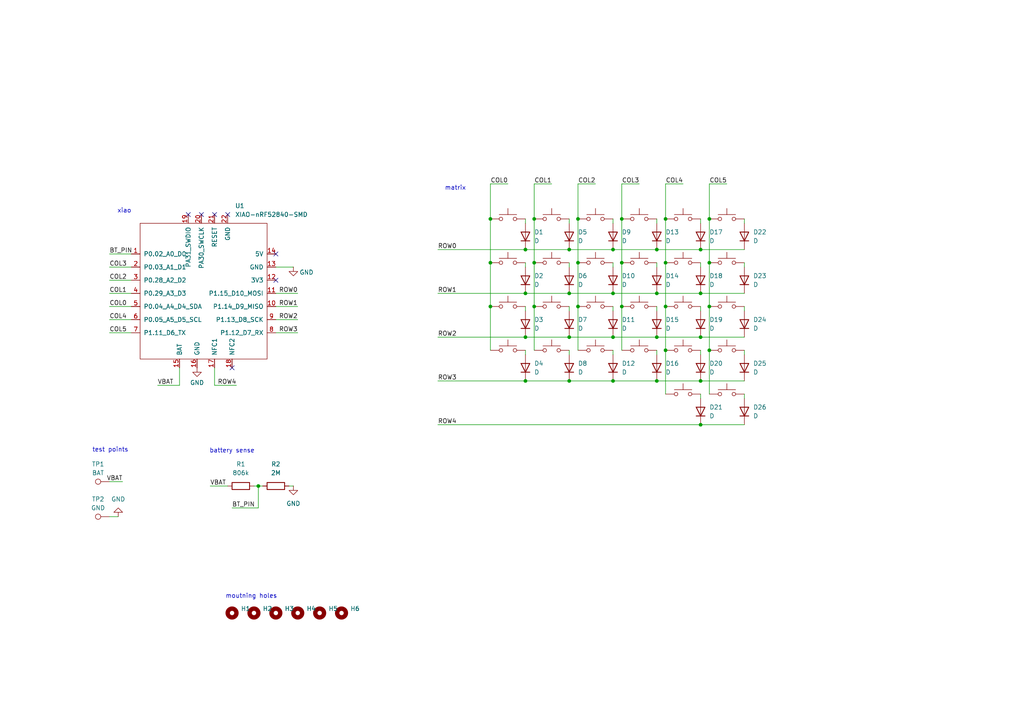
<source format=kicad_sch>
(kicad_sch (version 20250114) (generator "eeschema") (generator_version "9.0")
  (paper "A4")
  (lib_symbols
    (symbol "Connector:TestPoint" (pin_numbers (hide yes)) (pin_names (offset 0.762) (hide yes))
      (property "Reference" "TP" (at 0 6.858 0))
      (property "Value" "TestPoint" (at 0 5.08 0))
      (symbol "TestPoint_0_1"
        (circle (center 0 3.302) (radius 0.762))
      )
      (symbol "TestPoint_1_1"
        (pin passive line (at 0 0 90) (length 2.54) (name "1") (number "1"))
      )
    )
    (symbol "Device:D" (pin_numbers (hide yes)) (pin_names (offset 1.016) (hide yes))
      (property "Reference" "D" (at 0 2.54 0))
      (property "Value" "D" (at 0 -2.54 0))
      (symbol "D_0_1"
        (polyline (pts (xy -1.27 1.27) (xy -1.27 -1.27)) (stroke (width 0.254)))
        (polyline (pts (xy 1.27 1.27) (xy 1.27 -1.27) (xy -1.27 0) (xy 1.27 1.27)) (stroke (width 0.254)))
        (polyline (pts (xy 1.27 0) (xy -1.27 0)))
      )
      (symbol "D_1_1"
        (pin passive line (at -3.81 0 0) (length 2.54) (name "K") (number "1"))
        (pin passive line (at 3.81 0 180) (length 2.54) (name "A") (number "2"))
      )
    )
    (symbol "Device:R" (pin_numbers (hide yes)) (pin_names (offset 0))
      (property "Reference" "R" (at 2.032 0 90))
      (property "Value" "R" (at 0 0 90))
      (symbol "R_0_1"
        (rectangle (start -1.016 -2.54) (end 1.016 2.54) (stroke (width 0.254)))
      )
      (symbol "R_1_1"
        (pin passive line (at 0 3.81 270) (length 1.27) (name "~") (number "1"))
        (pin passive line (at 0 -3.81 90) (length 1.27) (name "~") (number "2"))
      )
    )
    (symbol "Mechanical:MountingHole" (pin_names (offset 1.016)) (in_bom no)
      (property "Reference" "H" (at 0 5.08 0))
      (property "Value" "MountingHole" (at 0 3.175 0))
      (symbol "MountingHole_0_1"
        (circle (center 0 0) (radius 1.27) (stroke (width 1.27)))
      )
    )
    (symbol "Seeed_Studio_XIAO_Series:XIAO-nRF52840-SMD" (pin_names (offset 1.016))
      (property "Reference" "U" (at -18.542 23.114 0))
      (property "Value" "XIAO-nRF52840-SMD" (at -8.636 21.336 0))
      (symbol "XIAO-nRF52840-SMD_0_1"
        (rectangle (start -19.05 20.32) (end 17.78 -19.05))
      )
      (symbol "XIAO-nRF52840-SMD_1_1"
        (pin passive line (at -21.59 11.43 0) (length 2.54) (name "P0.02_A0_D0") (number "1"))
        (pin passive line (at -21.59 7.62 0) (length 2.54) (name "P0.03_A1_D1") (number "2"))
        (pin passive line (at -21.59 3.81 0) (length 2.54) (name "P0.28_A2_D2") (number "3"))
        (pin passive line (at -21.59 0 0) (length 2.54) (name "P0.29_A3_D3") (number "4"))
        (pin passive line (at -21.59 -3.81 0) (length 2.54) (name "P0.04_A4_D4_SDA") (number "5"))
        (pin passive line (at -21.59 -7.62 0) (length 2.54) (name "P0.05_A5_D5_SCL") (number "6"))
        (pin passive line (at -21.59 -11.43 0) (length 2.54) (name "P1.11_D6_TX") (number "7"))
        (pin passive line (at -7.62 -21.59 90) (length 2.54) (name "BAT") (number "15"))
        (pin passive line (at -5.08 22.86 270) (length 2.54) (name "PA31_SWDIO") (number "19"))
        (pin passive line (at -2.54 -21.59 90) (length 2.54) (name "GND") (number "16"))
        (pin passive line (at -1.27 22.86 270) (length 2.54) (name "PA30_SWCLK") (number "20"))
        (pin passive line (at 2.54 22.86 270) (length 2.54) (name "RESET") (number "21"))
        (pin passive line (at 2.54 -21.59 90) (length 2.54) (name "NFC1") (number "17"))
        (pin passive line (at 6.35 22.86 270) (length 2.54) (name "GND") (number "22"))
        (pin passive line (at 7.62 -21.59 90) (length 2.54) (name "NFC2") (number "18"))
        (pin passive line (at 20.32 11.43 180) (length 2.54) (name "5V") (number "14"))
        (pin passive line (at 20.32 7.62 180) (length 2.54) (name "GND") (number "13"))
        (pin passive line (at 20.32 3.81 180) (length 2.54) (name "3V3") (number "12"))
        (pin passive line (at 20.32 0 180) (length 2.54) (name "P1.15_D10_MOSI") (number "11"))
        (pin passive line (at 20.32 -3.81 180) (length 2.54) (name "P1.14_D9_MISO") (number "10"))
        (pin passive line (at 20.32 -7.62 180) (length 2.54) (name "P1.13_D8_SCK") (number "9"))
        (pin passive line (at 20.32 -11.43 180) (length 2.54) (name "P1.12_D7_RX") (number "8"))
      )
    )
    (symbol "Switch:SW_Push" (pin_numbers (hide yes)) (pin_names (offset 1.016) (hide yes))
      (property "Reference" "SW" (at 1.27 2.54 0))
      (property "Value" "SW_Push" (at 0 -1.524 0))
      (symbol "SW_Push_0_1"
        (circle (center -2.032 0) (radius 0.508))
        (polyline (pts (xy 0 1.27) (xy 0 3.048)))
        (circle (center 2.032 0) (radius 0.508))
        (polyline (pts (xy 2.54 1.27) (xy -2.54 1.27)))
        (pin passive line (at -5.08 0 0) (length 2.54) (name "1") (number "1"))
        (pin passive line (at 5.08 0 180) (length 2.54) (name "2") (number "2"))
      )
    )
    (symbol "power:GND" (power) (pin_numbers (hide yes)) (pin_names (offset 0) (hide yes))
      (property "Value" "GND" (at 0 -3.81 0))
      (symbol "GND_0_1"
        (polyline (pts (xy 0 0) (xy 0 -1.27) (xy 1.27 -1.27) (xy 0 -2.54) (xy -1.27 -1.27) (xy 0 -1.27)))
      )
      (symbol "GND_1_1"
        (pin power_in line (at 0 0 270) (length 0) (name "~") (number "1"))
      )
    )
  )
  (text "battery sense\n" (at 67.31 130.81 0) (effects (font (size 1.27 1.27))))
  (text "test points\n" (at 32.004 130.556 0) (effects (font (size 1.27 1.27))))
  (text "moutning holes\n" (at 72.898 172.974 0) (effects (font (size 1.27 1.27))))
  (text "xiao" (at 36.068 61.214 0) (effects (font (size 1.27 1.27))))
  (text "matrix\n" (at 132.08 54.61 0) (effects (font (size 1.27 1.27))))
  (junction (at 177.8 85.09))
  (junction (at 205.74 88.9))
  (junction (at 154.94 63.5))
  (junction (at 190.5 72.39))
  (junction (at 177.8 97.79))
  (junction (at 167.64 63.5))
  (junction (at 180.34 88.9))
  (junction (at 154.94 88.9))
  (junction (at 165.1 85.09))
  (junction (at 193.04 76.2))
  (junction (at 74.93 140.97))
  (junction (at 167.64 88.9))
  (junction (at 190.5 97.79))
  (junction (at 152.4 110.49))
  (junction (at 165.1 97.79))
  (junction (at 190.5 110.49))
  (junction (at 165.1 72.39))
  (junction (at 142.24 63.5))
  (junction (at 205.74 76.2))
  (junction (at 165.1 110.49))
  (junction (at 154.94 76.2))
  (junction (at 193.04 63.5))
  (junction (at 203.2 85.09))
  (junction (at 177.8 72.39))
  (junction (at 193.04 101.6))
  (junction (at 203.2 72.39))
  (junction (at 205.74 63.5))
  (junction (at 152.4 72.39))
  (junction (at 180.34 76.2))
  (junction (at 205.74 101.6))
  (junction (at 203.2 97.79))
  (junction (at 152.4 97.79))
  (junction (at 203.2 123.19))
  (junction (at 142.24 88.9))
  (junction (at 193.04 88.9))
  (junction (at 167.64 76.2))
  (junction (at 142.24 76.2))
  (junction (at 152.4 85.09))
  (junction (at 203.2 110.49))
  (junction (at 180.34 63.5))
  (junction (at 190.5 85.09))
  (junction (at 177.8 110.49))
  (no_connect (at 58.42 62.23))
  (no_connect (at 80.01 81.28))
  (no_connect (at 62.23 62.23))
  (no_connect (at 54.61 62.23))
  (no_connect (at 66.04 62.23))
  (no_connect (at 80.01 73.66))
  (no_connect (at 67.31 106.68))
  (wire (pts (xy 203.2 90.17) (xy 203.2 88.9)))
  (wire (pts (xy 205.74 53.34) (xy 205.74 63.5)))
  (wire (pts (xy 127 72.39) (xy 152.4 72.39)))
  (wire (pts (xy 31.75 81.28) (xy 38.1 81.28)))
  (wire (pts (xy 73.66 140.97) (xy 74.93 140.97)))
  (wire (pts (xy 203.2 77.47) (xy 203.2 76.2)))
  (wire (pts (xy 165.1 72.39) (xy 177.8 72.39)))
  (wire (pts (xy 215.9 102.87) (xy 215.9 101.6)))
  (wire (pts (xy 165.1 85.09) (xy 177.8 85.09)))
  (wire (pts (xy 152.4 102.87) (xy 152.4 101.6)))
  (wire (pts (xy 152.4 90.17) (xy 152.4 88.9)))
  (wire (pts (xy 177.8 97.79) (xy 190.5 97.79)))
  (wire (pts (xy 147.32 53.34) (xy 142.24 53.34)))
  (wire (pts (xy 193.04 63.5) (xy 193.04 76.2)))
  (wire (pts (xy 215.9 64.77) (xy 215.9 63.5)))
  (wire (pts (xy 31.75 88.9) (xy 38.1 88.9)))
  (wire (pts (xy 152.4 77.47) (xy 152.4 76.2)))
  (wire (pts (xy 127 123.19) (xy 203.2 123.19)))
  (wire (pts (xy 190.5 72.39) (xy 203.2 72.39)))
  (wire (pts (xy 190.5 97.79) (xy 203.2 97.79)))
  (wire (pts (xy 205.74 101.6) (xy 205.74 114.3)))
  (wire (pts (xy 167.64 63.5) (xy 167.64 76.2)))
  (wire (pts (xy 185.42 53.34) (xy 180.34 53.34)))
  (wire (pts (xy 180.34 88.9) (xy 180.34 101.6)))
  (wire (pts (xy 203.2 123.19) (xy 215.9 123.19)))
  (wire (pts (xy 172.72 53.34) (xy 167.64 53.34)))
  (wire (pts (xy 154.94 53.34) (xy 154.94 63.5)))
  (wire (pts (xy 177.8 102.87) (xy 177.8 101.6)))
  (wire (pts (xy 165.1 110.49) (xy 177.8 110.49)))
  (wire (pts (xy 34.29 149.86) (xy 31.75 149.86)))
  (wire (pts (xy 193.04 76.2) (xy 193.04 88.9)))
  (wire (pts (xy 127 85.09) (xy 152.4 85.09)))
  (wire (pts (xy 210.82 53.34) (xy 205.74 53.34)))
  (wire (pts (xy 190.5 110.49) (xy 203.2 110.49)))
  (wire (pts (xy 165.1 64.77) (xy 165.1 63.5)))
  (wire (pts (xy 215.9 115.57) (xy 215.9 114.3)))
  (wire (pts (xy 177.8 64.77) (xy 177.8 63.5)))
  (wire (pts (xy 154.94 63.5) (xy 154.94 76.2)))
  (wire (pts (xy 193.04 88.9) (xy 193.04 101.6)))
  (wire (pts (xy 154.94 76.2) (xy 154.94 88.9)))
  (wire (pts (xy 165.1 97.79) (xy 177.8 97.79)))
  (wire (pts (xy 152.4 64.77) (xy 152.4 63.5)))
  (wire (pts (xy 152.4 97.79) (xy 165.1 97.79)))
  (wire (pts (xy 205.74 88.9) (xy 205.74 101.6)))
  (wire (pts (xy 152.4 72.39) (xy 165.1 72.39)))
  (wire (pts (xy 160.02 53.34) (xy 154.94 53.34)))
  (wire (pts (xy 165.1 90.17) (xy 165.1 88.9)))
  (wire (pts (xy 177.8 77.47) (xy 177.8 76.2)))
  (wire (pts (xy 215.9 77.47) (xy 215.9 76.2)))
  (wire (pts (xy 127 97.79) (xy 152.4 97.79)))
  (wire (pts (xy 190.5 102.87) (xy 190.5 101.6)))
  (wire (pts (xy 215.9 90.17) (xy 215.9 88.9)))
  (wire (pts (xy 203.2 110.49) (xy 215.9 110.49)))
  (wire (pts (xy 86.36 85.09) (xy 80.01 85.09)))
  (wire (pts (xy 60.96 140.97) (xy 66.04 140.97)))
  (wire (pts (xy 154.94 88.9) (xy 154.94 101.6)))
  (wire (pts (xy 180.34 63.5) (xy 180.34 76.2)))
  (wire (pts (xy 177.8 72.39) (xy 190.5 72.39)))
  (wire (pts (xy 74.93 147.32) (xy 74.93 140.97)))
  (wire (pts (xy 190.5 77.47) (xy 190.5 76.2)))
  (wire (pts (xy 142.24 88.9) (xy 142.24 101.6)))
  (wire (pts (xy 152.4 110.49) (xy 165.1 110.49)))
  (wire (pts (xy 203.2 115.57) (xy 203.2 114.3)))
  (wire (pts (xy 45.72 111.76) (xy 52.07 111.76)))
  (wire (pts (xy 177.8 110.49) (xy 190.5 110.49)))
  (wire (pts (xy 177.8 90.17) (xy 177.8 88.9)))
  (wire (pts (xy 142.24 76.2) (xy 142.24 88.9)))
  (wire (pts (xy 152.4 85.09) (xy 165.1 85.09)))
  (wire (pts (xy 167.64 76.2) (xy 167.64 88.9)))
  (wire (pts (xy 167.64 53.34) (xy 167.64 63.5)))
  (wire (pts (xy 86.36 92.71) (xy 80.01 92.71)))
  (wire (pts (xy 180.34 76.2) (xy 180.34 88.9)))
  (wire (pts (xy 31.75 92.71) (xy 38.1 92.71)))
  (wire (pts (xy 31.75 96.52) (xy 38.1 96.52)))
  (wire (pts (xy 203.2 97.79) (xy 215.9 97.79)))
  (wire (pts (xy 127 110.49) (xy 152.4 110.49)))
  (wire (pts (xy 198.12 53.34) (xy 193.04 53.34)))
  (wire (pts (xy 35.56 139.7) (xy 31.75 139.7)))
  (wire (pts (xy 68.58 111.76) (xy 62.23 111.76)))
  (wire (pts (xy 31.75 77.47) (xy 38.1 77.47)))
  (wire (pts (xy 190.5 85.09) (xy 203.2 85.09)))
  (wire (pts (xy 85.09 140.97) (xy 83.82 140.97)))
  (wire (pts (xy 190.5 90.17) (xy 190.5 88.9)))
  (wire (pts (xy 74.93 140.97) (xy 76.2 140.97)))
  (wire (pts (xy 142.24 63.5) (xy 142.24 76.2)))
  (wire (pts (xy 203.2 64.77) (xy 203.2 63.5)))
  (wire (pts (xy 177.8 85.09) (xy 190.5 85.09)))
  (wire (pts (xy 31.75 73.66) (xy 38.1 73.66)))
  (wire (pts (xy 205.74 63.5) (xy 205.74 76.2)))
  (wire (pts (xy 67.31 147.32) (xy 74.93 147.32)))
  (wire (pts (xy 62.23 111.76) (xy 62.23 106.68)))
  (wire (pts (xy 193.04 53.34) (xy 193.04 63.5)))
  (wire (pts (xy 165.1 77.47) (xy 165.1 76.2)))
  (wire (pts (xy 86.36 96.52) (xy 80.01 96.52)))
  (wire (pts (xy 142.24 53.34) (xy 142.24 63.5)))
  (wire (pts (xy 193.04 101.6) (xy 193.04 114.3)))
  (wire (pts (xy 203.2 72.39) (xy 215.9 72.39)))
  (wire (pts (xy 31.75 85.09) (xy 38.1 85.09)))
  (wire (pts (xy 190.5 64.77) (xy 190.5 63.5)))
  (wire (pts (xy 165.1 102.87) (xy 165.1 101.6)))
  (wire (pts (xy 203.2 85.09) (xy 215.9 85.09)))
  (wire (pts (xy 203.2 102.87) (xy 203.2 101.6)))
  (wire (pts (xy 167.64 88.9) (xy 167.64 101.6)))
  (wire (pts (xy 180.34 53.34) (xy 180.34 63.5)))
  (wire (pts (xy 52.07 111.76) (xy 52.07 106.68)))
  (wire (pts (xy 85.09 77.47) (xy 80.01 77.47)))
  (wire (pts (xy 205.74 76.2) (xy 205.74 88.9)))
  (wire (pts (xy 86.36 88.9) (xy 80.01 88.9)))
  (label "COL0" (at 31.75 88.9 0))
  (label "COL2" (at 31.75 81.28 0))
  (label "ROW1" (at 86.36 88.9 180))
  (label "BT_PIN" (at 31.75 73.66 0))
  (label "ROW4" (at 127 123.19 0))
  (label "COL5" (at 210.82 53.34 180))
  (label "ROW2" (at 86.36 92.71 180))
  (label "COL1" (at 31.75 85.09 0))
  (label "COL2" (at 172.72 53.34 180))
  (label "ROW3" (at 86.36 96.52 180))
  (label "COL5" (at 31.75 96.52 0))
  (label "BT_PIN" (at 67.31 147.32 0))
  (label "COL4" (at 198.12 53.34 180))
  (label "VBAT" (at 45.72 111.76 0))
  (label "ROW0" (at 86.36 85.09 180))
  (label "ROW4" (at 68.58 111.76 180))
  (label "ROW0" (at 127 72.39 0))
  (label "VBAT" (at 60.96 140.97 0))
  (label "COL3" (at 31.75 77.47 0))
  (label "ROW2" (at 127 97.79 0))
  (label "COL4" (at 31.75 92.71 0))
  (label "COL0" (at 147.32 53.34 180))
  (label "VBAT" (at 35.56 139.7 180))
  (label "ROW3" (at 127 110.49 0))
  (label "COL3" (at 185.42 53.34 180))
  (label "COL1" (at 160.02 53.34 180))
  (label "ROW1" (at 127 85.09 0))
  (symbol (lib_id "Switch:SW_Push") (at 160.02 101.6 0) (unit 1)
    (property "Reference" "SW8" (effects (hide yes)))
    (property "Value" "SW_Push" (effects (hide yes)))
    (property "Footprint" "PCM_marbastlib-xp-mx:SW_MX_HS_KS-2P02B01-01_1u" (effects (hide yes)))
    (property "Description" "Push button switch, generic, two pins" (effects (hide yes)))
    (instances (project "split-keyboard" (path "" (reference "SW8") (unit 1)) (path "" (reference "SW34") (unit 1))))
  )
  (symbol (lib_id "Switch:SW_Push") (at 198.12 88.9 0) (unit 1)
    (property "Reference" "SW19" (effects (hide yes)))
    (property "Value" "SW_Push" (effects (hide yes)))
    (property "Footprint" "PCM_marbastlib-xp-mx:SW_MX_HS_KS-2P02B01-01_1u" (effects (hide yes)))
    (property "Description" "Push button switch, generic, two pins" (effects (hide yes)))
    (instances (project "split-keyboard" (path "" (reference "SW19") (unit 1)) (path "" (reference "SW45") (unit 1))))
  )
  (symbol (lib_id "Device:R") (at 80.01 140.97 90) (unit 1)
    (property "Reference" "R2" (at 80.01 134.62 90))
    (property "Value" "2M" (at 80.01 137.16 90))
    (property "Footprint" "Resistor_SMD:R_0805_2012Metric" (effects (hide yes)))
    (property "Description" "Resistor" (effects (hide yes)))
    (instances (project "split-keyboard" (path "" (reference "R2") (unit 1)) (path "" (reference "R4") (unit 1))))
  )
  (symbol (lib_id "Device:D") (at 177.8 93.98 90) (unit 1)
    (property "Reference" "D11" (at 180.34 92.7099 90) (effects (justify right)))
    (property "Value" "D" (at 180.34 95.2499 90) (effects (justify right)))
    (property "Footprint" "Diode_SMD:D_SOD-123" (effects (hide yes)))
    (property "Description" "Diode" (effects (hide yes)))
    (property "Sim.Device" "D" (effects (hide yes)))
    (property "Sim.Pins" "1=K 2=A" (effects (hide yes)))
    (instances (project "split-keyboard" (path "" (reference "D11") (unit 1)) (path "" (reference "D37") (unit 1))))
  )
  (symbol (lib_id "Switch:SW_Push") (at 210.82 114.3 0) (unit 1)
    (property "Reference" "SW26" (effects (hide yes)))
    (property "Value" "SW_Push" (effects (hide yes)))
    (property "Footprint" "PCM_marbastlib-xp-mx:SW_MX_HS_KS-2P02B01-01_1.75u" (effects (hide yes)))
    (property "Description" "Push button switch, generic, two pins" (effects (hide yes)))
    (instances (project "split-keyboard" (path "" (reference "SW26") (unit 1)) (path "" (reference "SW52") (unit 1))))
  )
  (symbol (lib_id "Device:D") (at 215.9 93.98 90) (unit 1)
    (property "Reference" "D24" (at 218.44 92.7099 90) (effects (justify right)))
    (property "Value" "D" (at 218.44 95.2499 90) (effects (justify right)))
    (property "Footprint" "Diode_SMD:D_SOD-123" (effects (hide yes)))
    (property "Description" "Diode" (effects (hide yes)))
    (property "Sim.Device" "D" (effects (hide yes)))
    (property "Sim.Pins" "1=K 2=A" (effects (hide yes)))
    (instances (project "split-keyboard" (path "" (reference "D24") (unit 1)) (path "" (reference "D50") (unit 1))))
  )
  (symbol (lib_id "Device:D") (at 177.8 81.28 90) (unit 1)
    (property "Reference" "D10" (at 180.34 80.0099 90) (effects (justify right)))
    (property "Value" "D" (at 180.34 82.5499 90) (effects (justify right)))
    (property "Footprint" "Diode_SMD:D_SOD-123" (effects (hide yes)))
    (property "Description" "Diode" (effects (hide yes)))
    (property "Sim.Device" "D" (effects (hide yes)))
    (property "Sim.Pins" "1=K 2=A" (effects (hide yes)))
    (instances (project "split-keyboard" (path "" (reference "D10") (unit 1)) (path "" (reference "D36") (unit 1))))
  )
  (symbol (lib_id "Device:D") (at 215.9 119.38 90) (unit 1)
    (property "Reference" "D26" (at 218.44 118.1099 90) (effects (justify right)))
    (property "Value" "D" (at 218.44 120.6499 90) (effects (justify right)))
    (property "Footprint" "Diode_SMD:D_SOD-123" (effects (hide yes)))
    (property "Description" "Diode" (effects (hide yes)))
    (property "Sim.Device" "D" (effects (hide yes)))
    (property "Sim.Pins" "1=K 2=A" (effects (hide yes)))
    (instances (project "split-keyboard" (path "" (reference "D26") (unit 1)) (path "" (reference "D52") (unit 1))))
  )
  (symbol (lib_id "Switch:SW_Push") (at 147.32 101.6 0) (unit 1)
    (property "Reference" "SW4" (effects (hide yes)))
    (property "Value" "SW_Push" (effects (hide yes)))
    (property "Footprint" "PCM_marbastlib-xp-mx:SW_MX_HS_KS-2P02B01-01_1u" (effects (hide yes)))
    (property "Description" "Push button switch, generic, two pins" (effects (hide yes)))
    (instances (project "split-keyboard" (path "" (reference "SW4") (unit 1)) (path "" (reference "SW30") (unit 1))))
  )
  (symbol (lib_id "Switch:SW_Push") (at 185.42 76.2 0) (unit 1)
    (property "Reference" "SW14" (effects (hide yes)))
    (property "Value" "SW_Push" (effects (hide yes)))
    (property "Footprint" "PCM_marbastlib-xp-mx:SW_MX_HS_KS-2P02B01-01_1u" (effects (hide yes)))
    (property "Description" "Push button switch, generic, two pins" (effects (hide yes)))
    (instances (project "split-keyboard" (path "" (reference "SW14") (unit 1)) (path "" (reference "SW40") (unit 1))))
  )
  (symbol (lib_id "Switch:SW_Push") (at 172.72 76.2 0) (unit 1)
    (property "Reference" "SW10" (effects (hide yes)))
    (property "Value" "SW_Push" (effects (hide yes)))
    (property "Footprint" "PCM_marbastlib-xp-mx:SW_MX_HS_KS-2P02B01-01_1u" (effects (hide yes)))
    (property "Description" "Push button switch, generic, two pins" (effects (hide yes)))
    (instances (project "split-keyboard" (path "" (reference "SW10") (unit 1)) (path "" (reference "SW36") (unit 1))))
  )
  (symbol (lib_id "Switch:SW_Push") (at 147.32 63.5 0) (unit 1)
    (property "Reference" "SW1" (effects (hide yes)))
    (property "Value" "SW_Push" (effects (hide yes)))
    (property "Footprint" "PCM_marbastlib-xp-mx:SW_MX_HS_KS-2P02B01-01_1u" (effects (hide yes)))
    (property "Description" "Push button switch, generic, two pins" (effects (hide yes)))
    (instances (project "split-keyboard" (path "" (reference "SW1") (unit 1)) (path "" (reference "SW27") (unit 1))))
  )
  (symbol (lib_id "Switch:SW_Push") (at 198.12 101.6 0) (unit 1)
    (property "Reference" "SW20" (effects (hide yes)))
    (property "Value" "SW_Push" (effects (hide yes)))
    (property "Footprint" "PCM_marbastlib-xp-mx:SW_MX_HS_KS-2P02B01-01_1u" (effects (hide yes)))
    (property "Description" "Push button switch, generic, two pins" (effects (hide yes)))
    (instances (project "split-keyboard" (path "" (reference "SW20") (unit 1)) (path "" (reference "SW46") (unit 1))))
  )
  (symbol (lib_id "Device:D") (at 152.4 93.98 90) (unit 1)
    (property "Reference" "D3" (at 154.94 92.7099 90) (effects (justify right)))
    (property "Value" "D" (at 154.94 95.2499 90) (effects (justify right)))
    (property "Footprint" "Diode_SMD:D_SOD-123" (effects (hide yes)))
    (property "Description" "Diode" (effects (hide yes)))
    (property "Sim.Device" "D" (effects (hide yes)))
    (property "Sim.Pins" "1=K 2=A" (effects (hide yes)))
    (instances (project "split-keyboard" (path "" (reference "D3") (unit 1)) (path "" (reference "D29") (unit 1))))
  )
  (symbol (lib_id "Device:D") (at 152.4 68.58 90) (unit 1)
    (property "Reference" "D1" (at 154.94 67.3099 90) (effects (justify right)))
    (property "Value" "D" (at 154.94 69.8499 90) (effects (justify right)))
    (property "Footprint" "Diode_SMD:D_SOD-123" (effects (hide yes)))
    (property "Description" "Diode" (effects (hide yes)))
    (property "Sim.Device" "D" (effects (hide yes)))
    (property "Sim.Pins" "1=K 2=A" (effects (hide yes)))
    (instances (project "split-keyboard" (path "" (reference "D1") (unit 1)) (path "" (reference "D27") (unit 1))))
  )
  (symbol (lib_id "Device:D") (at 203.2 68.58 90) (unit 1)
    (property "Reference" "D17" (at 205.74 67.3099 90) (effects (justify right)))
    (property "Value" "D" (at 205.74 69.8499 90) (effects (justify right)))
    (property "Footprint" "Diode_SMD:D_SOD-123" (effects (hide yes)))
    (property "Description" "Diode" (effects (hide yes)))
    (property "Sim.Device" "D" (effects (hide yes)))
    (property "Sim.Pins" "1=K 2=A" (effects (hide yes)))
    (instances (project "split-keyboard" (path "" (reference "D17") (unit 1)) (path "" (reference "D43") (unit 1))))
  )
  (symbol (lib_id "Device:D") (at 215.9 81.28 90) (unit 1)
    (property "Reference" "D23" (at 218.44 80.0099 90) (effects (justify right)))
    (property "Value" "D" (at 218.44 82.5499 90) (effects (justify right)))
    (property "Footprint" "Diode_SMD:D_SOD-123" (effects (hide yes)))
    (property "Description" "Diode" (effects (hide yes)))
    (property "Sim.Device" "D" (effects (hide yes)))
    (property "Sim.Pins" "1=K 2=A" (effects (hide yes)))
    (instances (project "split-keyboard" (path "" (reference "D23") (unit 1)) (path "" (reference "D49") (unit 1))))
  )
  (symbol (lib_id "Switch:SW_Push") (at 198.12 63.5 0) (unit 1)
    (property "Reference" "SW17" (effects (hide yes)))
    (property "Value" "SW_Push" (effects (hide yes)))
    (property "Footprint" "PCM_marbastlib-xp-mx:SW_MX_HS_KS-2P02B01-01_1u" (effects (hide yes)))
    (property "Description" "Push button switch, generic, two pins" (effects (hide yes)))
    (instances (project "split-keyboard" (path "" (reference "SW17") (unit 1)) (path "" (reference "SW43") (unit 1))))
  )
  (symbol (lib_id "Switch:SW_Push") (at 210.82 76.2 0) (unit 1)
    (property "Reference" "SW23" (effects (hide yes)))
    (property "Value" "SW_Push" (effects (hide yes)))
    (property "Footprint" "PCM_marbastlib-xp-mx:SW_MX_HS_KS-2P02B01-01_1u" (effects (hide yes)))
    (property "Description" "Push button switch, generic, two pins" (effects (hide yes)))
    (instances (project "split-keyboard" (path "" (reference "SW23") (unit 1)) (path "" (reference "SW49") (unit 1))))
  )
  (symbol (lib_id "Switch:SW_Push") (at 172.72 63.5 0) (unit 1)
    (property "Reference" "SW9" (effects (hide yes)))
    (property "Value" "SW_Push" (effects (hide yes)))
    (property "Footprint" "PCM_marbastlib-xp-mx:SW_MX_HS_KS-2P02B01-01_1u" (effects (hide yes)))
    (property "Description" "Push button switch, generic, two pins" (effects (hide yes)))
    (instances (project "split-keyboard" (path "" (reference "SW9") (unit 1)) (path "" (reference "SW35") (unit 1))))
  )
  (symbol (lib_id "Device:R") (at 69.85 140.97 90) (unit 1)
    (property "Reference" "R1" (at 69.85 134.62 90))
    (property "Value" "806k" (at 69.85 137.16 90))
    (property "Footprint" "Resistor_SMD:R_0805_2012Metric" (effects (hide yes)))
    (property "Description" "Resistor" (effects (hide yes)))
    (instances (project "" (path "" (reference "R1") (unit 1)) (path "" (reference "R3") (unit 1))))
  )
  (symbol (lib_id "Switch:SW_Push") (at 185.42 101.6 0) (unit 1)
    (property "Reference" "SW16" (effects (hide yes)))
    (property "Value" "SW_Push" (effects (hide yes)))
    (property "Footprint" "PCM_marbastlib-xp-mx:SW_MX_HS_KS-2P02B01-01_1u" (effects (hide yes)))
    (property "Description" "Push button switch, generic, two pins" (effects (hide yes)))
    (instances (project "split-keyboard" (path "" (reference "SW16") (unit 1)) (path "" (reference "SW42") (unit 1))))
  )
  (symbol (lib_id "Switch:SW_Push") (at 147.32 88.9 0) (unit 1)
    (property "Reference" "SW3" (effects (hide yes)))
    (property "Value" "SW_Push" (effects (hide yes)))
    (property "Footprint" "PCM_marbastlib-xp-mx:SW_MX_HS_KS-2P02B01-01_1u" (effects (hide yes)))
    (property "Description" "Push button switch, generic, two pins" (effects (hide yes)))
    (instances (project "split-keyboard" (path "" (reference "SW3") (unit 1)) (path "" (reference "SW29") (unit 1))))
  )
  (symbol (lib_id "power:GND") (at 57.15 106.68 0) (unit 1)
    (property "Reference" "#PWR02" (effects (hide yes)))
    (property "Value" "GND" (at 57.15 110.998 0))
    (property "Description" "Power symbol creates a global label with name \"GND\" , ground" (effects (hide yes)))
    (instances (project "" (path "" (reference "#PWR02") (unit 1)) (path "" (reference "#PWR06") (unit 1))))
  )
  (symbol (lib_id "Switch:SW_Push") (at 198.12 76.2 0) (unit 1)
    (property "Reference" "SW18" (effects (hide yes)))
    (property "Value" "SW_Push" (effects (hide yes)))
    (property "Footprint" "PCM_marbastlib-xp-mx:SW_MX_HS_KS-2P02B01-01_1u" (effects (hide yes)))
    (property "Description" "Push button switch, generic, two pins" (effects (hide yes)))
    (instances (project "split-keyboard" (path "" (reference "SW18") (unit 1)) (path "" (reference "SW44") (unit 1))))
  )
  (symbol (lib_id "Device:D") (at 215.9 68.58 90) (unit 1)
    (property "Reference" "D22" (at 218.44 67.3099 90) (effects (justify right)))
    (property "Value" "D" (at 218.44 69.8499 90) (effects (justify right)))
    (property "Footprint" "Diode_SMD:D_SOD-123" (effects (hide yes)))
    (property "Description" "Diode" (effects (hide yes)))
    (property "Sim.Device" "D" (effects (hide yes)))
    (property "Sim.Pins" "1=K 2=A" (effects (hide yes)))
    (instances (project "split-keyboard" (path "" (reference "D22") (unit 1)) (path "" (reference "D48") (unit 1))))
  )
  (symbol (lib_id "Mechanical:MountingHole") (at 86.36 177.8 0) (unit 1) (in_bom no)
    (property "Reference" "H4" (at 88.9 176.5299 0) (effects (justify left)))
    (property "Value" "MountingHole" (effects (hide yes)))
    (property "Footprint" "MountingHole:MountingHole_2.7mm_M2.5" (effects (hide yes)))
    (property "Description" "Mounting Hole without connection" (effects (hide yes)))
    (instances (project "split-keyboard" (path "" (reference "H4") (unit 1)) (path "" (reference "H10") (unit 1))))
  )
  (symbol (lib_id "Device:D") (at 203.2 93.98 90) (unit 1)
    (property "Reference" "D19" (at 205.74 92.7099 90) (effects (justify right)))
    (property "Value" "D" (at 205.74 95.2499 90) (effects (justify right)))
    (property "Footprint" "Diode_SMD:D_SOD-123" (effects (hide yes)))
    (property "Description" "Diode" (effects (hide yes)))
    (property "Sim.Device" "D" (effects (hide yes)))
    (property "Sim.Pins" "1=K 2=A" (effects (hide yes)))
    (instances (project "split-keyboard" (path "" (reference "D19") (unit 1)) (path "" (reference "D45") (unit 1))))
  )
  (symbol (lib_id "Connector:TestPoint") (at 31.75 149.86 90) (unit 1)
    (property "Reference" "TP2" (at 28.448 144.78 90))
    (property "Value" "GND" (at 28.448 147.32 90))
    (property "Footprint" "TestPoint:TestPoint_Pad_D4.0mm" (effects (hide yes)))
    (property "Description" "test point" (effects (hide yes)))
    (instances (project "split-keyboard" (path "" (reference "TP2") (unit 1)) (path "" (reference "TP4") (unit 1))))
  )
  (symbol (lib_id "Mechanical:MountingHole") (at 67.31 177.8 0) (unit 1) (in_bom no)
    (property "Reference" "H1" (at 69.85 176.5299 0) (effects (justify left)))
    (property "Value" "MountingHole" (effects (hide yes)))
    (property "Footprint" "MountingHole:MountingHole_2.7mm_M2.5" (effects (hide yes)))
    (property "Description" "Mounting Hole without connection" (effects (hide yes)))
    (instances (project "" (path "" (reference "H1") (unit 1)) (path "" (reference "H7") (unit 1))))
  )
  (symbol (lib_id "Switch:SW_Push") (at 160.02 76.2 0) (unit 1)
    (property "Reference" "SW6" (effects (hide yes)))
    (property "Value" "SW_Push" (effects (hide yes)))
    (property "Footprint" "PCM_marbastlib-xp-mx:SW_MX_HS_KS-2P02B01-01_1u" (effects (hide yes)))
    (property "Description" "Push button switch, generic, two pins" (effects (hide yes)))
    (instances (project "split-keyboard" (path "" (reference "SW6") (unit 1)) (path "" (reference "SW32") (unit 1))))
  )
  (symbol (lib_id "Switch:SW_Push") (at 172.72 88.9 0) (unit 1)
    (property "Reference" "SW11" (effects (hide yes)))
    (property "Value" "SW_Push" (effects (hide yes)))
    (property "Footprint" "PCM_marbastlib-xp-mx:SW_MX_HS_KS-2P02B01-01_1u" (effects (hide yes)))
    (property "Description" "Push button switch, generic, two pins" (effects (hide yes)))
    (instances (project "split-keyboard" (path "" (reference "SW11") (unit 1)) (path "" (reference "SW37") (unit 1))))
  )
  (symbol (lib_id "Device:D") (at 152.4 106.68 90) (unit 1)
    (property "Reference" "D4" (at 154.94 105.4099 90) (effects (justify right)))
    (property "Value" "D" (at 154.94 107.9499 90) (effects (justify right)))
    (property "Footprint" "Diode_SMD:D_SOD-123" (effects (hide yes)))
    (property "Description" "Diode" (effects (hide yes)))
    (property "Sim.Device" "D" (effects (hide yes)))
    (property "Sim.Pins" "1=K 2=A" (effects (hide yes)))
    (instances (project "split-keyboard" (path "" (reference "D4") (unit 1)) (path "" (reference "D30") (unit 1))))
  )
  (symbol (lib_id "Device:D") (at 165.1 68.58 90) (unit 1)
    (property "Reference" "D5" (at 167.64 67.3099 90) (effects (justify right)))
    (property "Value" "D" (at 167.64 69.8499 90) (effects (justify right)))
    (property "Footprint" "Diode_SMD:D_SOD-123" (effects (hide yes)))
    (property "Description" "Diode" (effects (hide yes)))
    (property "Sim.Device" "D" (effects (hide yes)))
    (property "Sim.Pins" "1=K 2=A" (effects (hide yes)))
    (instances (project "split-keyboard" (path "" (reference "D5") (unit 1)) (path "" (reference "D31") (unit 1))))
  )
  (symbol (lib_id "Device:D") (at 177.8 106.68 90) (unit 1)
    (property "Reference" "D12" (at 180.34 105.4099 90) (effects (justify right)))
    (property "Value" "D" (at 180.34 107.9499 90) (effects (justify right)))
    (property "Footprint" "Diode_SMD:D_SOD-123" (effects (hide yes)))
    (property "Description" "Diode" (effects (hide yes)))
    (property "Sim.Device" "D" (effects (hide yes)))
    (property "Sim.Pins" "1=K 2=A" (effects (hide yes)))
    (instances (project "split-keyboard" (path "" (reference "D12") (unit 1)) (path "" (reference "D38") (unit 1))))
  )
  (symbol (lib_id "Mechanical:MountingHole") (at 92.71 177.8 0) (unit 1) (in_bom no)
    (property "Reference" "H5" (at 95.25 176.5299 0) (effects (justify left)))
    (property "Value" "MountingHole" (effects (hide yes)))
    (property "Footprint" "MountingHole:MountingHole_2.7mm_M2.5" (effects (hide yes)))
    (property "Description" "Mounting Hole without connection" (effects (hide yes)))
    (instances (project "split-keyboard" (path "" (reference "H5") (unit 1)) (path "" (reference "H11") (unit 1))))
  )
  (symbol (lib_id "Switch:SW_Push") (at 147.32 76.2 0) (unit 1)
    (property "Reference" "SW2" (effects (hide yes)))
    (property "Value" "SW_Push" (effects (hide yes)))
    (property "Footprint" "PCM_marbastlib-xp-mx:SW_MX_HS_KS-2P02B01-01_1u" (effects (hide yes)))
    (property "Description" "Push button switch, generic, two pins" (effects (hide yes)))
    (instances (project "split-keyboard" (path "" (reference "SW2") (unit 1)) (path "" (reference "SW28") (unit 1))))
  )
  (symbol (lib_id "Switch:SW_Push") (at 210.82 101.6 0) (unit 1)
    (property "Reference" "SW25" (effects (hide yes)))
    (property "Value" "SW_Push" (effects (hide yes)))
    (property "Footprint" "PCM_marbastlib-xp-mx:SW_MX_HS_KS-2P02B01-01_1u" (effects (hide yes)))
    (property "Description" "Push button switch, generic, two pins" (effects (hide yes)))
    (instances (project "split-keyboard" (path "" (reference "SW25") (unit 1)) (path "" (reference "SW51") (unit 1))))
  )
  (symbol (lib_id "Device:D") (at 203.2 119.38 90) (unit 1)
    (property "Reference" "D21" (at 205.74 118.1099 90) (effects (justify right)))
    (property "Value" "D" (at 205.74 120.6499 90) (effects (justify right)))
    (property "Footprint" "Diode_SMD:D_SOD-123" (effects (hide yes)))
    (property "Description" "Diode" (effects (hide yes)))
    (property "Sim.Device" "D" (effects (hide yes)))
    (property "Sim.Pins" "1=K 2=A" (effects (hide yes)))
    (instances (project "split-keyboard" (path "" (reference "D21") (unit 1)) (path "" (reference "D47") (unit 1))))
  )
  (symbol (lib_id "Switch:SW_Push") (at 210.82 88.9 0) (unit 1)
    (property "Reference" "SW24" (effects (hide yes)))
    (property "Value" "SW_Push" (effects (hide yes)))
    (property "Footprint" "PCM_marbastlib-xp-mx:SW_MX_HS_KS-2P02B01-01_1u" (effects (hide yes)))
    (property "Description" "Push button switch, generic, two pins" (effects (hide yes)))
    (instances (project "split-keyboard" (path "" (reference "SW24") (unit 1)) (path "" (reference "SW50") (unit 1))))
  )
  (symbol (lib_id "Switch:SW_Push") (at 198.12 114.3 0) (unit 1)
    (property "Reference" "SW21" (effects (hide yes)))
    (property "Value" "SW_Push" (effects (hide yes)))
    (property "Footprint" "PCM_marbastlib-xp-mx:SW_MX_HS_KS-2P02B01-01_1u" (effects (hide yes)))
    (property "Description" "Push button switch, generic, two pins" (effects (hide yes)))
    (instances (project "split-keyboard" (path "" (reference "SW21") (unit 1)) (path "" (reference "SW47") (unit 1))))
  )
  (symbol (lib_id "Switch:SW_Push") (at 185.42 88.9 0) (unit 1)
    (property "Reference" "SW15" (effects (hide yes)))
    (property "Value" "SW_Push" (effects (hide yes)))
    (property "Footprint" "PCM_marbastlib-xp-mx:SW_MX_HS_KS-2P02B01-01_1u" (effects (hide yes)))
    (property "Description" "Push button switch, generic, two pins" (effects (hide yes)))
    (instances (project "split-keyboard" (path "" (reference "SW15") (unit 1)) (path "" (reference "SW41") (unit 1))))
  )
  (symbol (lib_id "Device:D") (at 165.1 106.68 90) (unit 1)
    (property "Reference" "D8" (at 167.64 105.4099 90) (effects (justify right)))
    (property "Value" "D" (at 167.64 107.9499 90) (effects (justify right)))
    (property "Footprint" "Diode_SMD:D_SOD-123" (effects (hide yes)))
    (property "Description" "Diode" (effects (hide yes)))
    (property "Sim.Device" "D" (effects (hide yes)))
    (property "Sim.Pins" "1=K 2=A" (effects (hide yes)))
    (instances (project "split-keyboard" (path "" (reference "D8") (unit 1)) (path "" (reference "D34") (unit 1))))
  )
  (symbol (lib_id "Switch:SW_Push") (at 210.82 63.5 0) (unit 1)
    (property "Reference" "SW22" (effects (hide yes)))
    (property "Value" "SW_Push" (effects (hide yes)))
    (property "Footprint" "PCM_marbastlib-xp-mx:SW_MX_HS_KS-2P02B01-01_1u" (effects (hide yes)))
    (property "Description" "Push button switch, generic, two pins" (effects (hide yes)))
    (instances (project "split-keyboard" (path "" (reference "SW22") (unit 1)) (path "" (reference "SW48") (unit 1))))
  )
  (symbol (lib_id "Switch:SW_Push") (at 160.02 63.5 0) (unit 1)
    (property "Reference" "SW5" (effects (hide yes)))
    (property "Value" "SW_Push" (effects (hide yes)))
    (property "Footprint" "PCM_marbastlib-xp-mx:SW_MX_HS_KS-2P02B01-01_1u" (effects (hide yes)))
    (property "Description" "Push button switch, generic, two pins" (effects (hide yes)))
    (instances (project "split-keyboard" (path "" (reference "SW5") (unit 1)) (path "" (reference "SW31") (unit 1))))
  )
  (symbol (lib_id "Mechanical:MountingHole") (at 99.06 177.8 0) (unit 1) (in_bom no)
    (property "Reference" "H6" (at 101.6 176.5299 0) (effects (justify left)))
    (property "Value" "MountingHole" (effects (hide yes)))
    (property "Footprint" "MountingHole:MountingHole_2.7mm_M2.5" (effects (hide yes)))
    (property "Description" "Mounting Hole without connection" (effects (hide yes)))
    (instances (project "split-keyboard" (path "" (reference "H6") (unit 1)) (path "" (reference "H12") (unit 1))))
  )
  (symbol (lib_id "Device:D") (at 190.5 68.58 90) (unit 1)
    (property "Reference" "D13" (at 193.04 67.3099 90) (effects (justify right)))
    (property "Value" "D" (at 193.04 69.8499 90) (effects (justify right)))
    (property "Footprint" "Diode_SMD:D_SOD-123" (effects (hide yes)))
    (property "Description" "Diode" (effects (hide yes)))
    (property "Sim.Device" "D" (effects (hide yes)))
    (property "Sim.Pins" "1=K 2=A" (effects (hide yes)))
    (instances (project "split-keyboard" (path "" (reference "D13") (unit 1)) (path "" (reference "D39") (unit 1))))
  )
  (symbol (lib_id "Device:D") (at 190.5 106.68 90) (unit 1)
    (property "Reference" "D16" (at 193.04 105.4099 90) (effects (justify right)))
    (property "Value" "D" (at 193.04 107.9499 90) (effects (justify right)))
    (property "Footprint" "Diode_SMD:D_SOD-123" (effects (hide yes)))
    (property "Description" "Diode" (effects (hide yes)))
    (property "Sim.Device" "D" (effects (hide yes)))
    (property "Sim.Pins" "1=K 2=A" (effects (hide yes)))
    (instances (project "split-keyboard" (path "" (reference "D16") (unit 1)) (path "" (reference "D42") (unit 1))))
  )
  (symbol (lib_id "Connector:TestPoint") (at 31.75 139.7 90) (unit 1)
    (property "Reference" "TP1" (at 28.448 134.62 90))
    (property "Value" "BAT" (at 28.448 137.16 90))
    (property "Footprint" "TestPoint:TestPoint_Pad_D4.0mm" (effects (hide yes)))
    (property "Description" "test point" (effects (hide yes)))
    (instances (project "" (path "" (reference "TP1") (unit 1)) (path "" (reference "TP3") (unit 1))))
  )
  (symbol (lib_id "power:GND") (at 34.29 149.86 180) (unit 1)
    (property "Reference" "#PWR01" (effects (hide yes)))
    (property "Value" "GND" (at 34.29 144.78 0))
    (property "Description" "Power symbol creates a global label with name \"GND\" , ground" (effects (hide yes)))
    (instances (project "" (path "" (reference "#PWR01") (unit 1)) (path "" (reference "#PWR05") (unit 1))))
  )
  (symbol (lib_id "Device:D") (at 203.2 81.28 90) (unit 1)
    (property "Reference" "D18" (at 205.74 80.0099 90) (effects (justify right)))
    (property "Value" "D" (at 205.74 82.5499 90) (effects (justify right)))
    (property "Footprint" "Diode_SMD:D_SOD-123" (effects (hide yes)))
    (property "Description" "Diode" (effects (hide yes)))
    (property "Sim.Device" "D" (effects (hide yes)))
    (property "Sim.Pins" "1=K 2=A" (effects (hide yes)))
    (instances (project "split-keyboard" (path "" (reference "D18") (unit 1)) (path "" (reference "D44") (unit 1))))
  )
  (symbol (lib_id "Mechanical:MountingHole") (at 80.01 177.8 0) (unit 1) (in_bom no)
    (property "Reference" "H3" (at 82.55 176.5299 0) (effects (justify left)))
    (property "Value" "MountingHole" (effects (hide yes)))
    (property "Footprint" "MountingHole:MountingHole_2.7mm_M2.5" (effects (hide yes)))
    (property "Description" "Mounting Hole without connection" (effects (hide yes)))
    (instances (project "split-keyboard" (path "" (reference "H3") (unit 1)) (path "" (reference "H9") (unit 1))))
  )
  (symbol (lib_id "Device:D") (at 152.4 81.28 90) (unit 1)
    (property "Reference" "D2" (at 154.94 80.0099 90) (effects (justify right)))
    (property "Value" "D" (at 154.94 82.5499 90) (effects (justify right)))
    (property "Footprint" "Diode_SMD:D_SOD-123" (effects (hide yes)))
    (property "Description" "Diode" (effects (hide yes)))
    (property "Sim.Device" "D" (effects (hide yes)))
    (property "Sim.Pins" "1=K 2=A" (effects (hide yes)))
    (instances (project "split-keyboard" (path "" (reference "D2") (unit 1)) (path "" (reference "D28") (unit 1))))
  )
  (symbol (lib_id "power:GND") (at 85.09 77.47 0) (unit 1)
    (property "Reference" "#PWR03" (effects (hide yes)))
    (property "Value" "GND" (at 88.9 78.994 0))
    (property "Description" "Power symbol creates a global label with name \"GND\" , ground" (effects (hide yes)))
    (instances (project "" (path "" (reference "#PWR03") (unit 1)) (path "" (reference "#PWR07") (unit 1))))
  )
  (symbol (lib_id "Device:D") (at 215.9 106.68 90) (unit 1)
    (property "Reference" "D25" (at 218.44 105.4099 90) (effects (justify right)))
    (property "Value" "D" (at 218.44 107.9499 90) (effects (justify right)))
    (property "Footprint" "Diode_SMD:D_SOD-123" (effects (hide yes)))
    (property "Description" "Diode" (effects (hide yes)))
    (property "Sim.Device" "D" (effects (hide yes)))
    (property "Sim.Pins" "1=K 2=A" (effects (hide yes)))
    (instances (project "split-keyboard" (path "" (reference "D25") (unit 1)) (path "" (reference "D51") (unit 1))))
  )
  (symbol (lib_id "Mechanical:MountingHole") (at 73.66 177.8 0) (unit 1) (in_bom no)
    (property "Reference" "H2" (at 76.2 176.5299 0) (effects (justify left)))
    (property "Value" "MountingHole" (effects (hide yes)))
    (property "Footprint" "MountingHole:MountingHole_2.7mm_M2.5" (effects (hide yes)))
    (property "Description" "Mounting Hole without connection" (effects (hide yes)))
    (instances (project "split-keyboard" (path "" (reference "H2") (unit 1)) (path "" (reference "H8") (unit 1))))
  )
  (symbol (lib_id "Switch:SW_Push") (at 185.42 63.5 0) (unit 1)
    (property "Reference" "SW13" (effects (hide yes)))
    (property "Value" "SW_Push" (effects (hide yes)))
    (property "Footprint" "PCM_marbastlib-xp-mx:SW_MX_HS_KS-2P02B01-01_1u" (effects (hide yes)))
    (property "Description" "Push button switch, generic, two pins" (effects (hide yes)))
    (instances (project "split-keyboard" (path "" (reference "SW13") (unit 1)) (path "" (reference "SW39") (unit 1))))
  )
  (symbol (lib_id "Device:D") (at 177.8 68.58 90) (unit 1)
    (property "Reference" "D9" (at 180.34 67.3099 90) (effects (justify right)))
    (property "Value" "D" (at 180.34 69.8499 90) (effects (justify right)))
    (property "Footprint" "Diode_SMD:D_SOD-123" (effects (hide yes)))
    (property "Description" "Diode" (effects (hide yes)))
    (property "Sim.Device" "D" (effects (hide yes)))
    (property "Sim.Pins" "1=K 2=A" (effects (hide yes)))
    (instances (project "split-keyboard" (path "" (reference "D9") (unit 1)) (path "" (reference "D35") (unit 1))))
  )
  (symbol (lib_id "Switch:SW_Push") (at 172.72 101.6 0) (unit 1)
    (property "Reference" "SW12" (effects (hide yes)))
    (property "Value" "SW_Push" (effects (hide yes)))
    (property "Footprint" "PCM_marbastlib-xp-mx:SW_MX_HS_KS-2P02B01-01_1u" (effects (hide yes)))
    (property "Description" "Push button switch, generic, two pins" (effects (hide yes)))
    (instances (project "split-keyboard" (path "" (reference "SW12") (unit 1)) (path "" (reference "SW38") (unit 1))))
  )
  (symbol (lib_id "power:GND") (at 85.09 140.97 0) (unit 1)
    (property "Reference" "#PWR04" (effects (hide yes)))
    (property "Value" "GND" (at 85.09 146.05 0))
    (property "Description" "Power symbol creates a global label with name \"GND\" , ground" (effects (hide yes)))
    (instances (project "" (path "" (reference "#PWR04") (unit 1)) (path "" (reference "#PWR08") (unit 1))))
  )
  (symbol (lib_id "Device:D") (at 190.5 81.28 90) (unit 1)
    (property "Reference" "D14" (at 193.04 80.0099 90) (effects (justify right)))
    (property "Value" "D" (at 193.04 82.5499 90) (effects (justify right)))
    (property "Footprint" "Diode_SMD:D_SOD-123" (effects (hide yes)))
    (property "Description" "Diode" (effects (hide yes)))
    (property "Sim.Device" "D" (effects (hide yes)))
    (property "Sim.Pins" "1=K 2=A" (effects (hide yes)))
    (instances (project "split-keyboard" (path "" (reference "D14") (unit 1)) (path "" (reference "D40") (unit 1))))
  )
  (symbol (lib_id "Device:D") (at 165.1 81.28 90) (unit 1)
    (property "Reference" "D6" (at 167.64 80.0099 90) (effects (justify right)))
    (property "Value" "D" (at 167.64 82.5499 90) (effects (justify right)))
    (property "Footprint" "Diode_SMD:D_SOD-123" (effects (hide yes)))
    (property "Description" "Diode" (effects (hide yes)))
    (property "Sim.Device" "D" (effects (hide yes)))
    (property "Sim.Pins" "1=K 2=A" (effects (hide yes)))
    (instances (project "split-keyboard" (path "" (reference "D6") (unit 1)) (path "" (reference "D32") (unit 1))))
  )
  (symbol (lib_id "Device:D") (at 203.2 106.68 90) (unit 1)
    (property "Reference" "D20" (at 205.74 105.4099 90) (effects (justify right)))
    (property "Value" "D" (at 205.74 107.9499 90) (effects (justify right)))
    (property "Footprint" "Diode_SMD:D_SOD-123" (effects (hide yes)))
    (property "Description" "Diode" (effects (hide yes)))
    (property "Sim.Device" "D" (effects (hide yes)))
    (property "Sim.Pins" "1=K 2=A" (effects (hide yes)))
    (instances (project "split-keyboard" (path "" (reference "D20") (unit 1)) (path "" (reference "D46") (unit 1))))
  )
  (symbol (lib_id "Device:D") (at 165.1 93.98 90) (unit 1)
    (property "Reference" "D7" (at 167.64 92.7099 90) (effects (justify right)))
    (property "Value" "D" (at 167.64 95.2499 90) (effects (justify right)))
    (property "Footprint" "Diode_SMD:D_SOD-123" (effects (hide yes)))
    (property "Description" "Diode" (effects (hide yes)))
    (property "Sim.Device" "D" (effects (hide yes)))
    (property "Sim.Pins" "1=K 2=A" (effects (hide yes)))
    (instances (project "split-keyboard" (path "" (reference "D7") (unit 1)) (path "" (reference "D33") (unit 1))))
  )
  (symbol (lib_id "Device:D") (at 190.5 93.98 90) (unit 1)
    (property "Reference" "D15" (at 193.04 92.7099 90) (effects (justify right)))
    (property "Value" "D" (at 193.04 95.2499 90) (effects (justify right)))
    (property "Footprint" "Diode_SMD:D_SOD-123" (effects (hide yes)))
    (property "Description" "Diode" (effects (hide yes)))
    (property "Sim.Device" "D" (effects (hide yes)))
    (property "Sim.Pins" "1=K 2=A" (effects (hide yes)))
    (instances (project "split-keyboard" (path "" (reference "D15") (unit 1)) (path "" (reference "D41") (unit 1))))
  )
  (symbol (lib_id "Switch:SW_Push") (at 160.02 88.9 0) (unit 1)
    (property "Reference" "SW7" (effects (hide yes)))
    (property "Value" "SW_Push" (effects (hide yes)))
    (property "Footprint" "PCM_marbastlib-xp-mx:SW_MX_HS_KS-2P02B01-01_1u" (effects (hide yes)))
    (property "Description" "Push button switch, generic, two pins" (effects (hide yes)))
    (instances (project "split-keyboard" (path "" (reference "SW7") (unit 1)) (path "" (reference "SW33") (unit 1))))
  )
  (symbol (lib_id "Seeed_Studio_XIAO_Series:XIAO-nRF52840-SMD") (at 59.69 85.09 0) (unit 1)
    (property "Reference" "U1" (at 68.1833 59.69 0) (effects (justify left)))
    (property "Value" "XIAO-nRF52840-SMD" (at 68.1833 62.23 0) (effects (justify left)))
    (property "Footprint" "Seeed Studio XIAO Series Library:modified-XIAO-nRF52840-SMD" (effects (hide yes)))
    (instances (project "" (path "" (reference "U1") (unit 1)) (path "" (reference "U2") (unit 1))))
  )
)
</source>
